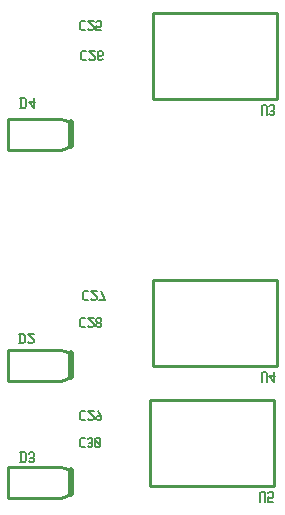
<source format=gbr>
G04 start of page 9 for group -4078 idx -4078 *
G04 Title: (unknown), bottomsilk *
G04 Creator: pcb 1.99z *
G04 CreationDate: Sun 31 May 2020 07:54:01 PM GMT UTC *
G04 For: mark *
G04 Format: Gerber/RS-274X *
G04 PCB-Dimensions (mil): 2200.00 2300.00 *
G04 PCB-Coordinate-Origin: lower left *
%MOIN*%
%FSLAX25Y25*%
%LNBOTTOMSILK*%
%ADD80C,0.0060*%
%ADD79C,0.0200*%
%ADD78C,0.0100*%
G54D78*X114100Y38800D02*X155500D01*
X114100D02*Y67300D01*
X155500D01*
Y38800D02*Y67300D01*
G54D79*X88000Y44000D02*Y36000D01*
G54D78*X84600Y34900D01*
X67000D02*X84600D01*
X67000Y45100D02*Y34900D01*
Y45100D02*X84600D01*
X88000Y44000D01*
G54D79*Y83000D02*Y75000D01*
G54D78*X84600Y73900D01*
X67000D02*X84600D01*
X67000Y84100D02*Y73900D01*
Y84100D02*X84600D01*
X88000Y83000D01*
G54D79*Y160000D02*Y152000D01*
G54D78*X84600Y150900D01*
X67000D02*X84600D01*
X67000Y161100D02*Y150900D01*
Y161100D02*X84600D01*
X88000Y160000D01*
X115100Y167800D02*X156500D01*
X115100D02*Y196300D01*
X156500D01*
Y167800D02*Y196300D01*
X115100Y78800D02*X156500D01*
X115100D02*Y107300D01*
X156500D01*
Y78800D02*Y107300D01*
G54D80*X91851Y183850D02*X92891D01*
X91291Y183290D02*X91851Y183850D01*
X91291Y181210D02*Y183290D01*
Y181210D02*X91851Y180650D01*
X92891D01*
X93851Y181050D02*X94251Y180650D01*
X95451D01*
X95851Y181050D01*
Y181850D01*
X93851Y183850D02*X95851Y181850D01*
X93851Y183850D02*X95851D01*
X98011Y180650D02*X98411Y181050D01*
X97211Y180650D02*X98011D01*
X96811Y181050D02*X97211Y180650D01*
X96811Y181050D02*Y183450D01*
X97211Y183850D01*
X98011Y182090D02*X98411Y182490D01*
X96811Y182090D02*X98011D01*
X97211Y183850D02*X98011D01*
X98411Y183450D01*
Y182490D02*Y183450D01*
X91410Y193850D02*X92450D01*
X90850Y193290D02*X91410Y193850D01*
X90850Y191210D02*Y193290D01*
Y191210D02*X91410Y190650D01*
X92450D01*
X93410Y191050D02*X93810Y190650D01*
X95010D01*
X95410Y191050D01*
Y191850D01*
X93410Y193850D02*X95410Y191850D01*
X93410Y193850D02*X95410D01*
X96370Y190650D02*X97970D01*
X96370D02*Y192250D01*
X96770Y191850D01*
X97570D01*
X97970Y192250D01*
Y193450D01*
X97570Y193850D02*X97970Y193450D01*
X96770Y193850D02*X97570D01*
X96370Y193450D02*X96770Y193850D01*
X71400Y164800D02*Y168000D01*
X72440Y164800D02*X73000Y165360D01*
Y167440D01*
X72440Y168000D02*X73000Y167440D01*
X71000Y168000D02*X72440D01*
X71000Y164800D02*X72440D01*
X73960Y166800D02*X75560Y164800D01*
X73960Y166800D02*X75960D01*
X75560Y164800D02*Y168000D01*
X91410Y94850D02*X92450D01*
X90850Y94290D02*X91410Y94850D01*
X90850Y92210D02*Y94290D01*
Y92210D02*X91410Y91650D01*
X92450D01*
X93410Y92050D02*X93810Y91650D01*
X95010D01*
X95410Y92050D01*
Y92850D01*
X93410Y94850D02*X95410Y92850D01*
X93410Y94850D02*X95410D01*
X96370Y94450D02*X96770Y94850D01*
X96370Y93810D02*Y94450D01*
Y93810D02*X96930Y93250D01*
X97410D01*
X97970Y93810D01*
Y94450D01*
X97570Y94850D02*X97970Y94450D01*
X96770Y94850D02*X97570D01*
X96370Y92690D02*X96930Y93250D01*
X96370Y92050D02*Y92690D01*
Y92050D02*X96770Y91650D01*
X97570D01*
X97970Y92050D01*
Y92690D01*
X97410Y93250D02*X97970Y92690D01*
X92410Y103850D02*X93450D01*
X91850Y103290D02*X92410Y103850D01*
X91850Y101210D02*Y103290D01*
Y101210D02*X92410Y100650D01*
X93450D01*
X94410Y101050D02*X94810Y100650D01*
X96010D01*
X96410Y101050D01*
Y101850D01*
X94410Y103850D02*X96410Y101850D01*
X94410Y103850D02*X96410D01*
X97770D02*X99370Y100650D01*
X97370D02*X99370D01*
X151000Y33500D02*Y36300D01*
X151400Y36700D01*
X152200D01*
X152600Y36300D01*
Y33500D02*Y36300D01*
X153560Y33500D02*X155160D01*
X153560D02*Y35100D01*
X153960Y34700D01*
X154760D01*
X155160Y35100D01*
Y36300D01*
X154760Y36700D02*X155160Y36300D01*
X153960Y36700D02*X154760D01*
X153560Y36300D02*X153960Y36700D01*
X151500Y73500D02*Y76300D01*
X151900Y76700D01*
X152700D01*
X153100Y76300D01*
Y73500D02*Y76300D01*
X154060Y75500D02*X155660Y73500D01*
X154060Y75500D02*X156060D01*
X155660Y73500D02*Y76700D01*
X71400Y46800D02*Y50000D01*
X72440Y46800D02*X73000Y47360D01*
Y49440D01*
X72440Y50000D02*X73000Y49440D01*
X71000Y50000D02*X72440D01*
X71000Y46800D02*X72440D01*
X73960Y47200D02*X74360Y46800D01*
X75160D01*
X75560Y47200D01*
X75160Y50000D02*X75560Y49600D01*
X74360Y50000D02*X75160D01*
X73960Y49600D02*X74360Y50000D01*
Y48240D02*X75160D01*
X75560Y47200D02*Y47840D01*
Y48640D02*Y49600D01*
Y48640D02*X75160Y48240D01*
X75560Y47840D02*X75160Y48240D01*
X70900Y86300D02*Y89500D01*
X71940Y86300D02*X72500Y86860D01*
Y88940D01*
X71940Y89500D02*X72500Y88940D01*
X70500Y89500D02*X71940D01*
X70500Y86300D02*X71940D01*
X73460Y86700D02*X73860Y86300D01*
X75060D01*
X75460Y86700D01*
Y87500D01*
X73460Y89500D02*X75460Y87500D01*
X73460Y89500D02*X75460D01*
X91410Y54850D02*X92450D01*
X90850Y54290D02*X91410Y54850D01*
X90850Y52210D02*Y54290D01*
Y52210D02*X91410Y51650D01*
X92450D01*
X93410Y52050D02*X93810Y51650D01*
X94610D01*
X95010Y52050D01*
X94610Y54850D02*X95010Y54450D01*
X93810Y54850D02*X94610D01*
X93410Y54450D02*X93810Y54850D01*
Y53090D02*X94610D01*
X95010Y52050D02*Y52690D01*
Y53490D02*Y54450D01*
Y53490D02*X94610Y53090D01*
X95010Y52690D02*X94610Y53090D01*
X95970Y54450D02*X96370Y54850D01*
X95970Y52050D02*Y54450D01*
Y52050D02*X96370Y51650D01*
X97170D01*
X97570Y52050D01*
Y54450D01*
X97170Y54850D02*X97570Y54450D01*
X96370Y54850D02*X97170D01*
X95970Y54050D02*X97570Y52450D01*
X91410Y63850D02*X92450D01*
X90850Y63290D02*X91410Y63850D01*
X90850Y61210D02*Y63290D01*
Y61210D02*X91410Y60650D01*
X92450D01*
X93410Y61050D02*X93810Y60650D01*
X95010D01*
X95410Y61050D01*
Y61850D01*
X93410Y63850D02*X95410Y61850D01*
X93410Y63850D02*X95410D01*
X96770D02*X97970Y62250D01*
Y61050D02*Y62250D01*
X97570Y60650D02*X97970Y61050D01*
X96770Y60650D02*X97570D01*
X96370Y61050D02*X96770Y60650D01*
X96370Y61050D02*Y61850D01*
X96770Y62250D01*
X97970D01*
X151500Y162500D02*Y165300D01*
X151900Y165700D01*
X152700D01*
X153100Y165300D01*
Y162500D02*Y165300D01*
X154060Y162900D02*X154460Y162500D01*
X155260D01*
X155660Y162900D01*
X155260Y165700D02*X155660Y165300D01*
X154460Y165700D02*X155260D01*
X154060Y165300D02*X154460Y165700D01*
Y163940D02*X155260D01*
X155660Y162900D02*Y163540D01*
Y164340D02*Y165300D01*
Y164340D02*X155260Y163940D01*
X155660Y163540D02*X155260Y163940D01*
M02*

</source>
